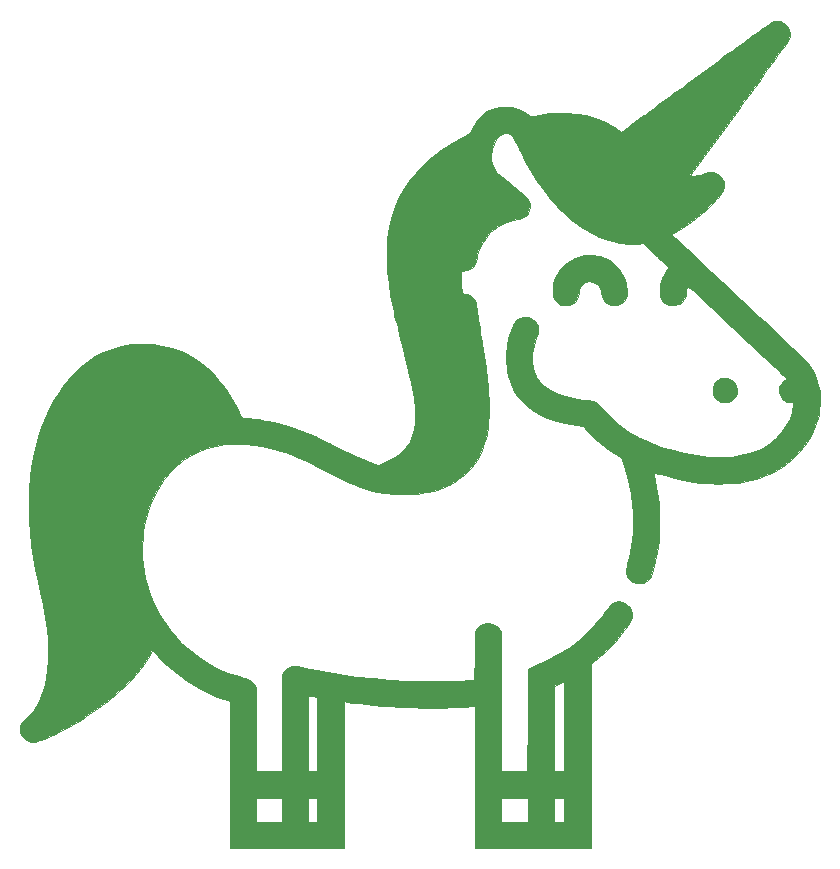
<source format=gts>
G04 #@! TF.GenerationSoftware,KiCad,Pcbnew,7.0.2.1-36-g582732918d-dirty-deb11*
G04 #@! TF.CreationDate,2024-01-19T22:58:33+00:00*
G04 #@! TF.ProjectId,unicorn_simple,756e6963-6f72-46e5-9f73-696d706c652e,rev?*
G04 #@! TF.SameCoordinates,Original*
G04 #@! TF.FileFunction,Soldermask,Top*
G04 #@! TF.FilePolarity,Negative*
%FSLAX46Y46*%
G04 Gerber Fmt 4.6, Leading zero omitted, Abs format (unit mm)*
G04 Created by KiCad (PCBNEW 7.0.2.1-36-g582732918d-dirty-deb11) date 2024-01-19 22:58:33*
%MOMM*%
%LPD*%
G01*
G04 APERTURE LIST*
%ADD10C,0.010000*%
G04 APERTURE END LIST*
D10*
X219182406Y-76245576D02*
X219388877Y-76289087D01*
X219453002Y-76315351D01*
X219702511Y-76480180D01*
X219883849Y-76694335D01*
X219995195Y-76954549D01*
X220034729Y-77257553D01*
X220032372Y-77355287D01*
X220015550Y-77535304D01*
X219982514Y-77665861D01*
X219922723Y-77781974D01*
X219888704Y-77832577D01*
X219771924Y-77970830D01*
X219629901Y-78102855D01*
X219579647Y-78141159D01*
X219470535Y-78209923D01*
X219366065Y-78250837D01*
X219235300Y-78272539D01*
X219072829Y-78282649D01*
X218891402Y-78285839D01*
X218759903Y-78273207D01*
X218644142Y-78238548D01*
X218524733Y-78183181D01*
X218293600Y-78024079D01*
X218124377Y-77820610D01*
X218016979Y-77586069D01*
X217971321Y-77333755D01*
X217987319Y-77076962D01*
X218064889Y-76828989D01*
X218203946Y-76603131D01*
X218404406Y-76412686D01*
X218536500Y-76330130D01*
X218721194Y-76266663D01*
X218948171Y-76238290D01*
X219182406Y-76245576D01*
G36*
X219182406Y-76245576D02*
G01*
X219388877Y-76289087D01*
X219453002Y-76315351D01*
X219702511Y-76480180D01*
X219883849Y-76694335D01*
X219995195Y-76954549D01*
X220034729Y-77257553D01*
X220032372Y-77355287D01*
X220015550Y-77535304D01*
X219982514Y-77665861D01*
X219922723Y-77781974D01*
X219888704Y-77832577D01*
X219771924Y-77970830D01*
X219629901Y-78102855D01*
X219579647Y-78141159D01*
X219470535Y-78209923D01*
X219366065Y-78250837D01*
X219235300Y-78272539D01*
X219072829Y-78282649D01*
X218891402Y-78285839D01*
X218759903Y-78273207D01*
X218644142Y-78238548D01*
X218524733Y-78183181D01*
X218293600Y-78024079D01*
X218124377Y-77820610D01*
X218016979Y-77586069D01*
X217971321Y-77333755D01*
X217987319Y-77076962D01*
X218064889Y-76828989D01*
X218203946Y-76603131D01*
X218404406Y-76412686D01*
X218536500Y-76330130D01*
X218721194Y-76266663D01*
X218948171Y-76238290D01*
X219182406Y-76245576D01*
G37*
X207834513Y-65832593D02*
X208177281Y-65870295D01*
X208410761Y-65921164D01*
X208898943Y-66100816D01*
X209340124Y-66345736D01*
X209729260Y-66649695D01*
X210061310Y-67006465D01*
X210331229Y-67409820D01*
X210533976Y-67853530D01*
X210664508Y-68331370D01*
X210715274Y-68767211D01*
X210722928Y-68977580D01*
X210720846Y-69127893D01*
X210706323Y-69242468D01*
X210676652Y-69345625D01*
X210641053Y-69434269D01*
X210488712Y-69683303D01*
X210268861Y-69884531D01*
X210054321Y-70004557D01*
X209868224Y-70055385D01*
X209640811Y-70072471D01*
X209407010Y-70056807D01*
X209201751Y-70009385D01*
X209128588Y-69978253D01*
X208885222Y-69806079D01*
X208700310Y-69574454D01*
X208576554Y-69287646D01*
X208523502Y-69022256D01*
X208486943Y-68785592D01*
X208433693Y-68607754D01*
X208353662Y-68463158D01*
X208257487Y-68347747D01*
X208038038Y-68171903D01*
X207791998Y-68071361D01*
X207532882Y-68046857D01*
X207274203Y-68099129D01*
X207029475Y-68228911D01*
X206967396Y-68277461D01*
X206850093Y-68394422D01*
X206764373Y-68529345D01*
X206700886Y-68702845D01*
X206650284Y-68935538D01*
X206639243Y-69001092D01*
X206567764Y-69319366D01*
X206462902Y-69569644D01*
X206315834Y-69764955D01*
X206117736Y-69918328D01*
X205963500Y-69998949D01*
X205794942Y-70047949D01*
X205582100Y-70071608D01*
X205361969Y-70068286D01*
X205171549Y-70036343D01*
X205164824Y-70034372D01*
X204978237Y-69947913D01*
X204791884Y-69811236D01*
X204641085Y-69651180D01*
X204618800Y-69619483D01*
X204515323Y-69437734D01*
X204452811Y-69256225D01*
X204425659Y-69048978D01*
X204428267Y-68790017D01*
X204430725Y-68747547D01*
X204502588Y-68251538D01*
X204651038Y-67781293D01*
X204870063Y-67344000D01*
X205153646Y-66946846D01*
X205495773Y-66597019D01*
X205890429Y-66301707D01*
X206331598Y-66068098D01*
X206810167Y-65904174D01*
X207118400Y-65849187D01*
X207470701Y-65825442D01*
X207834513Y-65832593D01*
G36*
X207834513Y-65832593D02*
G01*
X208177281Y-65870295D01*
X208410761Y-65921164D01*
X208898943Y-66100816D01*
X209340124Y-66345736D01*
X209729260Y-66649695D01*
X210061310Y-67006465D01*
X210331229Y-67409820D01*
X210533976Y-67853530D01*
X210664508Y-68331370D01*
X210715274Y-68767211D01*
X210722928Y-68977580D01*
X210720846Y-69127893D01*
X210706323Y-69242468D01*
X210676652Y-69345625D01*
X210641053Y-69434269D01*
X210488712Y-69683303D01*
X210268861Y-69884531D01*
X210054321Y-70004557D01*
X209868224Y-70055385D01*
X209640811Y-70072471D01*
X209407010Y-70056807D01*
X209201751Y-70009385D01*
X209128588Y-69978253D01*
X208885222Y-69806079D01*
X208700310Y-69574454D01*
X208576554Y-69287646D01*
X208523502Y-69022256D01*
X208486943Y-68785592D01*
X208433693Y-68607754D01*
X208353662Y-68463158D01*
X208257487Y-68347747D01*
X208038038Y-68171903D01*
X207791998Y-68071361D01*
X207532882Y-68046857D01*
X207274203Y-68099129D01*
X207029475Y-68228911D01*
X206967396Y-68277461D01*
X206850093Y-68394422D01*
X206764373Y-68529345D01*
X206700886Y-68702845D01*
X206650284Y-68935538D01*
X206639243Y-69001092D01*
X206567764Y-69319366D01*
X206462902Y-69569644D01*
X206315834Y-69764955D01*
X206117736Y-69918328D01*
X205963500Y-69998949D01*
X205794942Y-70047949D01*
X205582100Y-70071608D01*
X205361969Y-70068286D01*
X205171549Y-70036343D01*
X205164824Y-70034372D01*
X204978237Y-69947913D01*
X204791884Y-69811236D01*
X204641085Y-69651180D01*
X204618800Y-69619483D01*
X204515323Y-69437734D01*
X204452811Y-69256225D01*
X204425659Y-69048978D01*
X204428267Y-68790017D01*
X204430725Y-68747547D01*
X204502588Y-68251538D01*
X204651038Y-67781293D01*
X204870063Y-67344000D01*
X205153646Y-66946846D01*
X205495773Y-66597019D01*
X205890429Y-66301707D01*
X206331598Y-66068098D01*
X206810167Y-65904174D01*
X207118400Y-65849187D01*
X207470701Y-65825442D01*
X207834513Y-65832593D01*
G37*
X223731331Y-46037771D02*
X223880512Y-46087215D01*
X224138302Y-46268063D01*
X224334825Y-46492463D01*
X224465694Y-46748386D01*
X224526524Y-47023799D01*
X224512927Y-47306670D01*
X224423982Y-47577834D01*
X224388059Y-47634755D01*
X224304654Y-47756144D01*
X224176466Y-47938277D01*
X224006195Y-48177428D01*
X223796539Y-48469872D01*
X223550199Y-48811886D01*
X223269872Y-49199742D01*
X222958259Y-49629718D01*
X222618058Y-50098088D01*
X222251968Y-50601126D01*
X221862690Y-51135108D01*
X221452921Y-51696310D01*
X221025362Y-52281006D01*
X220582711Y-52885471D01*
X220175349Y-53441000D01*
X216028575Y-59092500D01*
X216203038Y-59106603D01*
X216402032Y-59104595D01*
X216652025Y-59075107D01*
X216925690Y-59022806D01*
X217195700Y-58952357D01*
X217298185Y-58919589D01*
X217649088Y-58833310D01*
X217966993Y-58823272D01*
X218249527Y-58888605D01*
X218494316Y-59028434D01*
X218698986Y-59241887D01*
X218842934Y-59487589D01*
X218906809Y-59647644D01*
X218933165Y-59792724D01*
X218930674Y-59971065D01*
X218930449Y-59974423D01*
X218913060Y-60132187D01*
X218878606Y-60272790D01*
X218818940Y-60411244D01*
X218725913Y-60562563D01*
X218591378Y-60741759D01*
X218407186Y-60963845D01*
X218369536Y-61007892D01*
X217714909Y-61711153D01*
X216995064Y-62373202D01*
X216224051Y-62982576D01*
X215415921Y-63527812D01*
X214932751Y-63811804D01*
X214491926Y-64056947D01*
X216556547Y-65999696D01*
X216879964Y-66303916D01*
X217257610Y-66658957D01*
X217681942Y-67057738D01*
X218145417Y-67493175D01*
X218640493Y-67958188D01*
X219159628Y-68445693D01*
X219695279Y-68948608D01*
X220239905Y-69459851D01*
X220785963Y-69972340D01*
X221325910Y-70478992D01*
X221852205Y-70972725D01*
X222156000Y-71257668D01*
X222622032Y-71694984D01*
X223073238Y-72118847D01*
X223505481Y-72525348D01*
X223914622Y-72910575D01*
X224296524Y-73270618D01*
X224647050Y-73601564D01*
X224962061Y-73899504D01*
X225237421Y-74160526D01*
X225468992Y-74380719D01*
X225652635Y-74556172D01*
X225784214Y-74682974D01*
X225859591Y-74757215D01*
X225872056Y-74770196D01*
X226224005Y-75213903D01*
X226521356Y-75715748D01*
X226759572Y-76265592D01*
X226934120Y-76853294D01*
X227025693Y-77349932D01*
X227052867Y-77661921D01*
X227060330Y-78027621D01*
X227049278Y-78418698D01*
X227020904Y-78806820D01*
X226976402Y-79163652D01*
X226941091Y-79357424D01*
X226749653Y-80072006D01*
X226485472Y-80747405D01*
X226146582Y-81387169D01*
X225731019Y-81994847D01*
X225236819Y-82573986D01*
X225058501Y-82757095D01*
X224658992Y-83135747D01*
X224275019Y-83456638D01*
X223883043Y-83737120D01*
X223459526Y-83994541D01*
X223163457Y-84153959D01*
X222527228Y-84453945D01*
X221881407Y-84698719D01*
X221205659Y-84894748D01*
X220479652Y-85048500D01*
X220208667Y-85093717D01*
X219996206Y-85118484D01*
X219715263Y-85138662D01*
X219381904Y-85154149D01*
X219012194Y-85164843D01*
X218622200Y-85170643D01*
X218227987Y-85171447D01*
X217845620Y-85167154D01*
X217491165Y-85157660D01*
X217180689Y-85142865D01*
X216930256Y-85122667D01*
X216864334Y-85114903D01*
X215902494Y-84969037D01*
X215007800Y-84790677D01*
X214168164Y-84577177D01*
X213572917Y-84394263D01*
X213363241Y-84325945D01*
X213185238Y-84270055D01*
X213052755Y-84230770D01*
X212979638Y-84212272D01*
X212969667Y-84212162D01*
X212978125Y-84257357D01*
X213001532Y-84371238D01*
X213036938Y-84539735D01*
X213081394Y-84748780D01*
X213117324Y-84916382D01*
X213294192Y-85894513D01*
X213412070Y-86899814D01*
X213470290Y-87914219D01*
X213468182Y-88919663D01*
X213405076Y-89898081D01*
X213325889Y-90546167D01*
X213261529Y-90941902D01*
X213185433Y-91343193D01*
X213100840Y-91737315D01*
X213010985Y-92111540D01*
X212919106Y-92453142D01*
X212828440Y-92749395D01*
X212742223Y-92987573D01*
X212663693Y-93154949D01*
X212661286Y-93159091D01*
X212494954Y-93366903D01*
X212284670Y-93513834D01*
X212043777Y-93601339D01*
X211785618Y-93630875D01*
X211523532Y-93603899D01*
X211270863Y-93521865D01*
X211040953Y-93386231D01*
X210847143Y-93198453D01*
X210702774Y-92959987D01*
X210696191Y-92944613D01*
X210646398Y-92735669D01*
X210644860Y-92473250D01*
X210690823Y-92172924D01*
X210743163Y-91973465D01*
X210890747Y-91448432D01*
X211006906Y-90944281D01*
X211094258Y-90441634D01*
X211155426Y-89921117D01*
X211193029Y-89363354D01*
X211209688Y-88748968D01*
X211211060Y-88514167D01*
X211194543Y-87671376D01*
X211141092Y-86866866D01*
X211047688Y-86082037D01*
X210911312Y-85298292D01*
X210728945Y-84497031D01*
X210497569Y-83659657D01*
X210341170Y-83154606D01*
X210307996Y-83077667D01*
X210253122Y-83008501D01*
X210161570Y-82933953D01*
X210018362Y-82840874D01*
X209909024Y-82775163D01*
X209183484Y-82305370D01*
X208474433Y-81767623D01*
X207802781Y-81178521D01*
X207414145Y-80794599D01*
X206959790Y-80323881D01*
X206390880Y-80237093D01*
X205516871Y-80073808D01*
X204709895Y-79860922D01*
X203970364Y-79598616D01*
X203298695Y-79287073D01*
X202695301Y-78926472D01*
X202160597Y-78516996D01*
X201896285Y-78271361D01*
X201557923Y-77904336D01*
X201281286Y-77533524D01*
X201055940Y-77140157D01*
X200871452Y-76705469D01*
X200717388Y-76210693D01*
X200688106Y-76098121D01*
X200589527Y-75661956D01*
X200525820Y-75258957D01*
X200493609Y-74855868D01*
X200489515Y-74419435D01*
X200495859Y-74205500D01*
X200547129Y-73565702D01*
X200652229Y-72970403D01*
X200817103Y-72394283D01*
X201047691Y-71812019D01*
X201068091Y-71766754D01*
X201231040Y-71478883D01*
X201425714Y-71267831D01*
X201657186Y-71130055D01*
X201930531Y-71062010D01*
X202090000Y-71053010D01*
X202400020Y-71090171D01*
X202675642Y-71204105D01*
X202920991Y-71396642D01*
X202962816Y-71440397D01*
X203114874Y-71644032D01*
X203203405Y-71861028D01*
X203229105Y-72102025D01*
X203192670Y-72377660D01*
X203094795Y-72698571D01*
X203052252Y-72808500D01*
X202923120Y-73152484D01*
X202830688Y-73461408D01*
X202765661Y-73771294D01*
X202722052Y-74088180D01*
X202702547Y-74476749D01*
X202724072Y-74890037D01*
X202782795Y-75303618D01*
X202874885Y-75693064D01*
X202996512Y-76033950D01*
X203042563Y-76131790D01*
X203153419Y-76308517D01*
X203313743Y-76510544D01*
X203503166Y-76715306D01*
X203701318Y-76900237D01*
X203826120Y-76999833D01*
X204221433Y-77249707D01*
X204691075Y-77475595D01*
X205227502Y-77675068D01*
X205823168Y-77845696D01*
X206470526Y-77985051D01*
X207162031Y-78090704D01*
X207246776Y-78100903D01*
X207531580Y-78135892D01*
X207748570Y-78169510D01*
X207914208Y-78208503D01*
X208044956Y-78259620D01*
X208157276Y-78329608D01*
X208267630Y-78425216D01*
X208392479Y-78553191D01*
X208418834Y-78581332D01*
X208859598Y-79046159D01*
X209259767Y-79451390D01*
X209629479Y-79805213D01*
X209978870Y-80115815D01*
X210318080Y-80391383D01*
X210657245Y-80640104D01*
X211006504Y-80870166D01*
X211375995Y-81089757D01*
X211775856Y-81307063D01*
X211826869Y-81333638D01*
X212210208Y-81524678D01*
X212584711Y-81693695D01*
X212969645Y-81848041D01*
X213384274Y-81995066D01*
X213847862Y-82142122D01*
X214266530Y-82264615D01*
X214919418Y-82443160D01*
X215511962Y-82589284D01*
X216060807Y-82705792D01*
X216582600Y-82795491D01*
X217093987Y-82861185D01*
X217611613Y-82905681D01*
X218152124Y-82931785D01*
X218240205Y-82934398D01*
X218686904Y-82941697D01*
X219077964Y-82937964D01*
X219402687Y-82923410D01*
X219573705Y-82908179D01*
X220333780Y-82793301D01*
X221029209Y-82627877D01*
X221664749Y-82409859D01*
X222245158Y-82137196D01*
X222775192Y-81807838D01*
X223259607Y-81419736D01*
X223452742Y-81236593D01*
X223875919Y-80759349D01*
X224222657Y-80246337D01*
X224492485Y-79698416D01*
X224684933Y-79116446D01*
X224736822Y-78890752D01*
X224784180Y-78656482D01*
X224812604Y-78492763D01*
X224818978Y-78386971D01*
X224800188Y-78326483D01*
X224753119Y-78298672D01*
X224674656Y-78290916D01*
X224588760Y-78290667D01*
X224314192Y-78252470D01*
X224073578Y-78145767D01*
X223874144Y-77982390D01*
X223723120Y-77774171D01*
X223627732Y-77532941D01*
X223595208Y-77270534D01*
X223632777Y-76998780D01*
X223695531Y-76828437D01*
X223808606Y-76640983D01*
X223951281Y-76484656D01*
X224101981Y-76381698D01*
X224145438Y-76364573D01*
X224213859Y-76330309D01*
X224230334Y-76307007D01*
X224200297Y-76273289D01*
X224113798Y-76186952D01*
X223976252Y-76053167D01*
X223793075Y-75877104D01*
X223569684Y-75663932D01*
X223311493Y-75418822D01*
X223023920Y-75146943D01*
X222712380Y-74853465D01*
X222420584Y-74579459D01*
X222068026Y-74248801D01*
X221664896Y-73870573D01*
X221222303Y-73455205D01*
X220751353Y-73013126D01*
X220263156Y-72554766D01*
X219768819Y-72090554D01*
X219279452Y-71630920D01*
X218806162Y-71186294D01*
X218360057Y-70767105D01*
X218263048Y-70675933D01*
X217887888Y-70323681D01*
X217530500Y-69988792D01*
X217195687Y-69675725D01*
X216888252Y-69388939D01*
X216612998Y-69132892D01*
X216374725Y-68912044D01*
X216178239Y-68730854D01*
X216028339Y-68593780D01*
X215929830Y-68505281D01*
X215887514Y-68469816D01*
X215886395Y-68469334D01*
X215848172Y-68506770D01*
X215804090Y-68601937D01*
X215762620Y-68729119D01*
X215732229Y-68862599D01*
X215721334Y-68970507D01*
X215683281Y-69264395D01*
X215575334Y-69533438D01*
X215406806Y-69762808D01*
X215187013Y-69937680D01*
X215079442Y-69992262D01*
X214824829Y-70062885D01*
X214543717Y-70076970D01*
X214266697Y-70036173D01*
X214024356Y-69942153D01*
X214010688Y-69934330D01*
X213783890Y-69760576D01*
X213623183Y-69541964D01*
X213527158Y-69274808D01*
X213494406Y-68955422D01*
X213515493Y-68638345D01*
X213559816Y-68381991D01*
X213626053Y-68108653D01*
X213705573Y-67848716D01*
X213789743Y-67632565D01*
X213817576Y-67575043D01*
X213865466Y-67492230D01*
X213944965Y-67364028D01*
X214040542Y-67215378D01*
X214060441Y-67185052D01*
X214153292Y-67041816D01*
X214204441Y-66950933D01*
X214219356Y-66894449D01*
X214203508Y-66854410D01*
X214171293Y-66821161D01*
X214121765Y-66774886D01*
X214018395Y-66678257D01*
X213869181Y-66538751D01*
X213682119Y-66363844D01*
X213465205Y-66161014D01*
X213226438Y-65937737D01*
X213075500Y-65796587D01*
X212059500Y-64846456D01*
X211678500Y-64874215D01*
X211394884Y-64884039D01*
X211059464Y-64878636D01*
X210701988Y-64859858D01*
X210352203Y-64829557D01*
X210039854Y-64789583D01*
X209887883Y-64762760D01*
X209097574Y-64561438D01*
X208326716Y-64280041D01*
X207573455Y-63917661D01*
X206835932Y-63473387D01*
X206112293Y-62946311D01*
X206005834Y-62860867D01*
X205792942Y-62677740D01*
X205541026Y-62444575D01*
X205265018Y-62176582D01*
X204979848Y-61888969D01*
X204700447Y-61596949D01*
X204441744Y-61315730D01*
X204218672Y-61060523D01*
X204114368Y-60934000D01*
X203574880Y-60221508D01*
X203042423Y-59442552D01*
X202527989Y-58615242D01*
X202042571Y-57757688D01*
X201902319Y-57483834D01*
X215213334Y-57483834D01*
X215234500Y-57505000D01*
X215255667Y-57483834D01*
X215234500Y-57462667D01*
X215213334Y-57483834D01*
X201902319Y-57483834D01*
X201597164Y-56887999D01*
X201386567Y-56440387D01*
X201279772Y-56215784D01*
X201173932Y-56010308D01*
X201078437Y-55841088D01*
X201002678Y-55725248D01*
X200978443Y-55696048D01*
X200789338Y-55550771D01*
X200582099Y-55482072D01*
X200365051Y-55486103D01*
X200146518Y-55559015D01*
X199934826Y-55696961D01*
X199738300Y-55896091D01*
X199565264Y-56152558D01*
X199446193Y-56404334D01*
X199292566Y-56875371D01*
X199217485Y-57316465D01*
X199221015Y-57729449D01*
X199303224Y-58116156D01*
X199464179Y-58478419D01*
X199525941Y-58579698D01*
X199573832Y-58652105D01*
X199621205Y-58718011D01*
X199674865Y-58783514D01*
X199741620Y-58854714D01*
X199828274Y-58937710D01*
X199941634Y-59038601D01*
X200088505Y-59163487D01*
X200275693Y-59318467D01*
X200510003Y-59509640D01*
X200798243Y-59743106D01*
X201060605Y-59955036D01*
X201330849Y-60174710D01*
X201584747Y-60383903D01*
X201813458Y-60575116D01*
X202008140Y-60740851D01*
X202159951Y-60873607D01*
X202260049Y-60965884D01*
X202292868Y-61000210D01*
X202429654Y-61229311D01*
X202501302Y-61492124D01*
X202508726Y-61769389D01*
X202452838Y-62041851D01*
X202334552Y-62290251D01*
X202225088Y-62429216D01*
X202095700Y-62548005D01*
X201954179Y-62637782D01*
X201780653Y-62707188D01*
X201555246Y-62764861D01*
X201372158Y-62800034D01*
X200796665Y-62934595D01*
X200277800Y-63127017D01*
X199806377Y-63381901D01*
X199373211Y-63703847D01*
X199142464Y-63916589D01*
X198753374Y-64356284D01*
X198439434Y-64829453D01*
X198202899Y-65332118D01*
X198049431Y-65844667D01*
X197986751Y-66119326D01*
X197932452Y-66326560D01*
X197879960Y-66482282D01*
X197822706Y-66602403D01*
X197754117Y-66702835D01*
X197667623Y-66799489D01*
X197646113Y-66821252D01*
X197407887Y-67004011D01*
X197134383Y-67118713D01*
X196854956Y-67157000D01*
X196750875Y-67170762D01*
X196700927Y-67222906D01*
X196690999Y-67253744D01*
X196685220Y-67324466D01*
X196683273Y-67465254D01*
X196685009Y-67661601D01*
X196690280Y-67898998D01*
X196698938Y-68162940D01*
X196700776Y-68210404D01*
X196734834Y-69070321D01*
X196959515Y-69087775D01*
X197218378Y-69130691D01*
X197434688Y-69223610D01*
X197623390Y-69363621D01*
X197726124Y-69466588D01*
X197807844Y-69582958D01*
X197873294Y-69726382D01*
X197927218Y-69910506D01*
X197974360Y-70148981D01*
X198019464Y-70455454D01*
X198029363Y-70531625D01*
X198053850Y-70713610D01*
X198089788Y-70967151D01*
X198135377Y-71280185D01*
X198188818Y-71640645D01*
X198248314Y-72036466D01*
X198312064Y-72455580D01*
X198378271Y-72885924D01*
X198428749Y-73210667D01*
X198526907Y-73843309D01*
X198612201Y-74402578D01*
X198686020Y-74898560D01*
X198749753Y-75341340D01*
X198804791Y-75741004D01*
X198852522Y-76107636D01*
X198894336Y-76451323D01*
X198931622Y-76782150D01*
X198965281Y-77105334D01*
X198984281Y-77350076D01*
X198999056Y-77652523D01*
X199009610Y-77996999D01*
X199015949Y-78367828D01*
X199018079Y-78749335D01*
X199016006Y-79125844D01*
X199009733Y-79481680D01*
X198999268Y-79801167D01*
X198984615Y-80068630D01*
X198965779Y-80268394D01*
X198964181Y-80280334D01*
X198833277Y-81038472D01*
X198656820Y-81729014D01*
X198431377Y-82357808D01*
X198153517Y-82930700D01*
X197819811Y-83453541D01*
X197426825Y-83932177D01*
X196971129Y-84372456D01*
X196449291Y-84780228D01*
X196240053Y-84923182D01*
X195661728Y-85263533D01*
X195047304Y-85543506D01*
X194391300Y-85764507D01*
X193688234Y-85927941D01*
X192932626Y-86035215D01*
X192118994Y-86087734D01*
X191676000Y-86093882D01*
X190961076Y-86069386D01*
X190264960Y-85996473D01*
X189572142Y-85871891D01*
X188867113Y-85692391D01*
X188134363Y-85454721D01*
X187527334Y-85224355D01*
X187276292Y-85118897D01*
X186971002Y-84983123D01*
X186627790Y-84824944D01*
X186262978Y-84652276D01*
X185892893Y-84473032D01*
X185533858Y-84295126D01*
X185202198Y-84126472D01*
X184914238Y-83974983D01*
X184686302Y-83848573D01*
X184670694Y-83839515D01*
X184389565Y-83688167D01*
X193242334Y-83688167D01*
X193263500Y-83709334D01*
X193284667Y-83688167D01*
X193263500Y-83667000D01*
X193242334Y-83688167D01*
X184389565Y-83688167D01*
X183818083Y-83380506D01*
X182928235Y-82973398D01*
X182012464Y-82621421D01*
X181082081Y-82327801D01*
X180148399Y-82095766D01*
X179222731Y-81928545D01*
X178316389Y-81829366D01*
X177526360Y-81800948D01*
X176708609Y-81841718D01*
X175922439Y-81960090D01*
X175170289Y-82154174D01*
X174454596Y-82422078D01*
X173777798Y-82761914D01*
X173142331Y-83171790D01*
X172550634Y-83649816D01*
X172005143Y-84194101D01*
X171508297Y-84802756D01*
X171062533Y-85473890D01*
X170670288Y-86205612D01*
X170333999Y-86996032D01*
X170153263Y-87519187D01*
X169987560Y-88091615D01*
X169861783Y-88644358D01*
X169772702Y-89199812D01*
X169717089Y-89780371D01*
X169691714Y-90408431D01*
X169689332Y-90736667D01*
X169703636Y-91393396D01*
X169746514Y-91994276D01*
X169822045Y-92564501D01*
X169934305Y-93129267D01*
X170087372Y-93713768D01*
X170261396Y-94271500D01*
X170601652Y-95164233D01*
X171018244Y-96020590D01*
X171510698Y-96839809D01*
X172078537Y-97621129D01*
X172721288Y-98363787D01*
X172983516Y-98634142D01*
X173704103Y-99297847D01*
X174465193Y-99888996D01*
X175264280Y-100406115D01*
X176098860Y-100847730D01*
X176966425Y-101212367D01*
X177840201Y-101491964D01*
X178055106Y-101550624D01*
X178263160Y-101607522D01*
X178437445Y-101655290D01*
X178532637Y-101681475D01*
X178772285Y-101787508D01*
X178989783Y-101958091D01*
X179161849Y-102173117D01*
X179214180Y-102270146D01*
X179313840Y-102484167D01*
X179314253Y-106008417D01*
X179314667Y-109532667D01*
X181473667Y-109532667D01*
X181473667Y-105518541D01*
X181473600Y-104824750D01*
X181473613Y-104210456D01*
X181474030Y-103670490D01*
X181475174Y-103199681D01*
X181475731Y-103096387D01*
X183675000Y-103096387D01*
X183675000Y-109532667D01*
X184479876Y-109532667D01*
X184469021Y-106391906D01*
X184458167Y-103251146D01*
X184161834Y-103197056D01*
X183998751Y-103166472D01*
X183857668Y-103138581D01*
X183770250Y-103119677D01*
X183675000Y-103096387D01*
X181475731Y-103096387D01*
X181477366Y-102792862D01*
X181480931Y-102444861D01*
X181486190Y-102150510D01*
X181493466Y-101904639D01*
X181503082Y-101702080D01*
X181515362Y-101537662D01*
X181530627Y-101406216D01*
X181549200Y-101302572D01*
X181571405Y-101221562D01*
X181597563Y-101158016D01*
X181627998Y-101106764D01*
X181663033Y-101062637D01*
X181702990Y-101020466D01*
X181748192Y-100975080D01*
X181757970Y-100965080D01*
X181885506Y-100851315D01*
X182025656Y-100751232D01*
X182077142Y-100721819D01*
X182200329Y-100666678D01*
X182324798Y-100631100D01*
X182463901Y-100615485D01*
X182630992Y-100620235D01*
X182839425Y-100645750D01*
X183102553Y-100692431D01*
X183433730Y-100760679D01*
X183443790Y-100762835D01*
X184927285Y-101061570D01*
X186369391Y-101311154D01*
X187790144Y-101513851D01*
X189209576Y-101671926D01*
X190647725Y-101787643D01*
X192124623Y-101863264D01*
X193496334Y-101898807D01*
X193991433Y-101903745D01*
X194501455Y-101904296D01*
X195014564Y-101900745D01*
X195518927Y-101893381D01*
X196002710Y-101882490D01*
X196454079Y-101868358D01*
X196861200Y-101851273D01*
X197212239Y-101831521D01*
X197495363Y-101809389D01*
X197589819Y-101799608D01*
X197809805Y-101774542D01*
X197822653Y-99779854D01*
X197825989Y-99308286D01*
X197829586Y-98913901D01*
X197833727Y-98589215D01*
X197838696Y-98326746D01*
X197844780Y-98119009D01*
X197852261Y-97958522D01*
X197861426Y-97837800D01*
X197872559Y-97749361D01*
X197885944Y-97685721D01*
X197901865Y-97639395D01*
X197904288Y-97633921D01*
X198063898Y-97379415D01*
X198280064Y-97184130D01*
X198544001Y-97053446D01*
X198846921Y-96992745D01*
X198957334Y-96989006D01*
X199271359Y-97027143D01*
X199540838Y-97137241D01*
X199765418Y-97319090D01*
X199944741Y-97572480D01*
X199945293Y-97573500D01*
X200036834Y-97742834D01*
X200047998Y-103637750D01*
X200059162Y-109532667D01*
X202301269Y-109532667D01*
X204544858Y-109532667D01*
X205349667Y-109532667D01*
X205349667Y-101906479D01*
X204958084Y-102118813D01*
X204566500Y-102331147D01*
X204544858Y-109532667D01*
X202301269Y-109532667D01*
X202312051Y-105186926D01*
X202322834Y-100841185D01*
X202979000Y-100574341D01*
X203975240Y-100129452D01*
X204907057Y-99630671D01*
X205776817Y-99076139D01*
X206586891Y-98463992D01*
X207339646Y-97792371D01*
X208037452Y-97059413D01*
X208682678Y-96263259D01*
X208965955Y-95870289D01*
X209178036Y-95590013D01*
X209374045Y-95385234D01*
X209560565Y-95249868D01*
X209704008Y-95188464D01*
X209988802Y-95143501D01*
X210268085Y-95172734D01*
X210529775Y-95267510D01*
X210761790Y-95419173D01*
X210952048Y-95619069D01*
X211088468Y-95858544D01*
X211158969Y-96128944D01*
X211165935Y-96235677D01*
X211160915Y-96384854D01*
X211136976Y-96520337D01*
X211086911Y-96659446D01*
X211003516Y-96819502D01*
X210879584Y-97017823D01*
X210776686Y-97171334D01*
X210256739Y-97878364D01*
X209670452Y-98574038D01*
X209035782Y-99239076D01*
X208370683Y-99854196D01*
X207963840Y-100191801D01*
X207635847Y-100452167D01*
X207635757Y-108252084D01*
X207635667Y-116052000D01*
X197814334Y-116052000D01*
X197814334Y-111776334D01*
X200058000Y-111776334D01*
X200058000Y-113808334D01*
X202301667Y-113808334D01*
X202301667Y-111776334D01*
X204545334Y-111776334D01*
X204545334Y-113808334D01*
X205392000Y-113808334D01*
X205392000Y-111776334D01*
X204545334Y-111776334D01*
X202301667Y-111776334D01*
X200058000Y-111776334D01*
X197814334Y-111776334D01*
X197814334Y-104020521D01*
X197486250Y-104047262D01*
X197009138Y-104080060D01*
X196463645Y-104106995D01*
X195865868Y-104127868D01*
X195231904Y-104142484D01*
X194577849Y-104150646D01*
X193919799Y-104152156D01*
X193273851Y-104146818D01*
X192656102Y-104134434D01*
X192082648Y-104114807D01*
X192057000Y-104113701D01*
X191393468Y-104080167D01*
X190703313Y-104036730D01*
X190003219Y-103984866D01*
X189309873Y-103926052D01*
X188639960Y-103861763D01*
X188010165Y-103793475D01*
X187437174Y-103722666D01*
X187093417Y-103674556D01*
X186723000Y-103619726D01*
X186723000Y-116052000D01*
X177113334Y-116052000D01*
X177113334Y-111776334D01*
X179314667Y-111776334D01*
X179314667Y-113808334D01*
X181473667Y-113808334D01*
X181473667Y-111776334D01*
X183675000Y-111776334D01*
X183675000Y-113808334D01*
X184479334Y-113808334D01*
X184479334Y-111776334D01*
X183675000Y-111776334D01*
X181473667Y-111776334D01*
X179314667Y-111776334D01*
X177113334Y-111776334D01*
X177113334Y-103579129D01*
X176869917Y-103505053D01*
X176011610Y-103204898D01*
X175151924Y-102829178D01*
X174303349Y-102385848D01*
X173478374Y-101882868D01*
X172689487Y-101328195D01*
X171949177Y-100729786D01*
X171269933Y-100095599D01*
X170892722Y-99696584D01*
X170535277Y-99298918D01*
X170319354Y-99663876D01*
X169793895Y-100473602D01*
X169188834Y-101260837D01*
X168503753Y-102025974D01*
X167738237Y-102769405D01*
X166891870Y-103491523D01*
X165964234Y-104192722D01*
X164954914Y-104873395D01*
X164498000Y-105158462D01*
X164125392Y-105379740D01*
X163728634Y-105604635D01*
X163317046Y-105828656D01*
X162899945Y-106047313D01*
X162486652Y-106256116D01*
X162086485Y-106450574D01*
X161708763Y-106626198D01*
X161362805Y-106778497D01*
X161057930Y-106902982D01*
X160803458Y-106995160D01*
X160608706Y-107050544D01*
X160548299Y-107061570D01*
X160284185Y-107057339D01*
X160021101Y-106980757D01*
X159778154Y-106842186D01*
X159574453Y-106651992D01*
X159450925Y-106466388D01*
X159367943Y-106225715D01*
X159338809Y-105955285D01*
X159364789Y-105689272D01*
X159416027Y-105524969D01*
X159482860Y-105389144D01*
X159564044Y-105272011D01*
X159675435Y-105156198D01*
X159832890Y-105024329D01*
X159964565Y-104923927D01*
X160264139Y-104653963D01*
X160545092Y-104308063D01*
X160803169Y-103893730D01*
X161034115Y-103418467D01*
X161233675Y-102889778D01*
X161360113Y-102463000D01*
X161519335Y-101750344D01*
X161630632Y-100997120D01*
X161693829Y-100200072D01*
X161708750Y-99355942D01*
X161675219Y-98461473D01*
X161593060Y-97513406D01*
X161462097Y-96508485D01*
X161282155Y-95443452D01*
X161053058Y-94315049D01*
X160879070Y-93551834D01*
X160633896Y-92440507D01*
X160437878Y-91375719D01*
X160288552Y-90336897D01*
X160183454Y-89303467D01*
X160120120Y-88254859D01*
X160096087Y-87170499D01*
X160095718Y-87011334D01*
X160126160Y-85750259D01*
X160217909Y-84544255D01*
X160371730Y-83389206D01*
X160588388Y-82280994D01*
X160868647Y-81215504D01*
X161213271Y-80188620D01*
X161492288Y-79492728D01*
X161797906Y-78835859D01*
X162146756Y-78184960D01*
X162530175Y-77552609D01*
X162939498Y-76951382D01*
X163366063Y-76393856D01*
X163801205Y-75892607D01*
X164236260Y-75460211D01*
X164324687Y-75381184D01*
X164978605Y-74862995D01*
X165672889Y-74417050D01*
X166402431Y-74045286D01*
X167162121Y-73749644D01*
X167946849Y-73532062D01*
X168751505Y-73394481D01*
X169570981Y-73338838D01*
X169708837Y-73337667D01*
X170559088Y-73377518D01*
X171380383Y-73496551D01*
X172171588Y-73693982D01*
X172931570Y-73969029D01*
X173659199Y-74320908D01*
X174353340Y-74748838D01*
X175012863Y-75252036D01*
X175636634Y-75829718D01*
X176223521Y-76481103D01*
X176772392Y-77205406D01*
X177282115Y-78001847D01*
X177751556Y-78869641D01*
X177772155Y-78911247D01*
X177893929Y-79150744D01*
X178000487Y-79345726D01*
X178086258Y-79486710D01*
X178145673Y-79564216D01*
X178162626Y-79575943D01*
X178235123Y-79587578D01*
X178369110Y-79602122D01*
X178541578Y-79617224D01*
X178637334Y-79624413D01*
X178831314Y-79642032D01*
X179079699Y-79670261D01*
X179353427Y-79705518D01*
X179623433Y-79744220D01*
X179680493Y-79753004D01*
X180874957Y-79982268D01*
X182050119Y-80293264D01*
X183200980Y-80684275D01*
X184322542Y-81153583D01*
X185409807Y-81699471D01*
X185516500Y-81758231D01*
X186270579Y-82164526D01*
X186999227Y-82532392D01*
X187693586Y-82857730D01*
X188344800Y-83136441D01*
X188944011Y-83364423D01*
X189109357Y-83421324D01*
X189611881Y-83589686D01*
X189934857Y-83476561D01*
X190441426Y-83272557D01*
X190913615Y-83029934D01*
X191335207Y-82758095D01*
X191689989Y-82466443D01*
X191710702Y-82446686D01*
X191870160Y-82267244D01*
X195919713Y-82267244D01*
X195925503Y-82270000D01*
X195964136Y-82240198D01*
X195972834Y-82227667D01*
X195983621Y-82188090D01*
X195977830Y-82185334D01*
X195939198Y-82215135D01*
X195930500Y-82227667D01*
X195919713Y-82267244D01*
X191870160Y-82267244D01*
X192036996Y-82079500D01*
X196036334Y-82079500D01*
X196057500Y-82100667D01*
X196078667Y-82079500D01*
X196057500Y-82058334D01*
X196036334Y-82079500D01*
X192036996Y-82079500D01*
X192042352Y-82073473D01*
X192119537Y-81952500D01*
X196121000Y-81952500D01*
X196142167Y-81973667D01*
X196163334Y-81952500D01*
X196142167Y-81931334D01*
X196121000Y-81952500D01*
X192119537Y-81952500D01*
X192311090Y-81652281D01*
X192517899Y-81180355D01*
X192663761Y-80654943D01*
X192749658Y-80073290D01*
X192776615Y-79457957D01*
X192772395Y-79163120D01*
X192758999Y-78863802D01*
X192735247Y-78553629D01*
X192699960Y-78226224D01*
X192651958Y-77875213D01*
X192590061Y-77494221D01*
X192513091Y-77076871D01*
X192419866Y-76616789D01*
X192309209Y-76107600D01*
X192179938Y-75542927D01*
X192030874Y-74916397D01*
X191860839Y-74221634D01*
X191668652Y-73452261D01*
X191656336Y-73403372D01*
X191539730Y-72938353D01*
X191424970Y-72476290D01*
X191314566Y-72027580D01*
X191211030Y-71602618D01*
X191116871Y-71211800D01*
X191034601Y-70865524D01*
X190966730Y-70574185D01*
X190915769Y-70348180D01*
X190894161Y-70247334D01*
X190690421Y-69174951D01*
X190537178Y-68164566D01*
X190434315Y-67210309D01*
X190384408Y-66352667D01*
X192618864Y-66352667D01*
X192622166Y-66444227D01*
X192630609Y-66469362D01*
X192637210Y-66447917D01*
X192644213Y-66324558D01*
X192637210Y-66257417D01*
X192626741Y-66237356D01*
X192620098Y-66290543D01*
X192618864Y-66352667D01*
X190384408Y-66352667D01*
X190381710Y-66306306D01*
X190379294Y-65463667D01*
X192607334Y-65463667D01*
X192622823Y-65498512D01*
X192635556Y-65491889D01*
X192640622Y-65441649D01*
X192635556Y-65435445D01*
X192610389Y-65441256D01*
X192607334Y-65463667D01*
X190379294Y-65463667D01*
X190379245Y-65446688D01*
X190426800Y-64625583D01*
X190524257Y-63837118D01*
X190671495Y-63075422D01*
X190742434Y-62784159D01*
X191005318Y-61931971D01*
X191345679Y-61113722D01*
X191763340Y-60329614D01*
X192258126Y-59579848D01*
X192829858Y-58864627D01*
X193478361Y-58184153D01*
X194203457Y-57538625D01*
X195004969Y-56928247D01*
X195882720Y-56353221D01*
X196836534Y-55813747D01*
X196871620Y-55795340D01*
X197447189Y-55494167D01*
X197577845Y-55194540D01*
X197826260Y-54720084D01*
X198129897Y-54305877D01*
X198484962Y-53955269D01*
X198887663Y-53671609D01*
X199334208Y-53458246D01*
X199661051Y-53354999D01*
X199955365Y-53301359D01*
X200292408Y-53274633D01*
X200639035Y-53275166D01*
X200962102Y-53303301D01*
X201155962Y-53339478D01*
X201513791Y-53455799D01*
X201877076Y-53625198D01*
X202206716Y-53828757D01*
X202279900Y-53883243D01*
X202407495Y-53977053D01*
X202513706Y-54045629D01*
X202577657Y-54075627D01*
X202581465Y-54076000D01*
X202647690Y-54067717D01*
X202770171Y-54045996D01*
X202922464Y-54015529D01*
X202923316Y-54015350D01*
X203291618Y-53948749D01*
X203718193Y-53889842D01*
X204176782Y-53841603D01*
X204641121Y-53807007D01*
X204859125Y-53796087D01*
X205680077Y-53796060D01*
X206482557Y-53863204D01*
X207256858Y-53995720D01*
X207993272Y-54191810D01*
X208682093Y-54449675D01*
X208884835Y-54542061D01*
X209080369Y-54643983D01*
X209314413Y-54779211D01*
X209562138Y-54932148D01*
X209798716Y-55087195D01*
X209999320Y-55228753D01*
X210091000Y-55299837D01*
X210173136Y-55360188D01*
X210226570Y-55387296D01*
X210227807Y-55387392D01*
X210266653Y-55363196D01*
X210367555Y-55293200D01*
X210524401Y-55181819D01*
X210731076Y-55033467D01*
X210981468Y-54852559D01*
X211269464Y-54643509D01*
X211588952Y-54410732D01*
X211933819Y-54158642D01*
X212190935Y-53970167D01*
X214493667Y-53970167D01*
X214514834Y-53991334D01*
X214536000Y-53970167D01*
X214514834Y-53949000D01*
X214493667Y-53970167D01*
X212190935Y-53970167D01*
X212238640Y-53935198D01*
X212535904Y-53717020D01*
X212894438Y-53453876D01*
X213307257Y-53150892D01*
X213767374Y-52813196D01*
X214267803Y-52445916D01*
X214801556Y-52054179D01*
X215361649Y-51643113D01*
X215941094Y-51217844D01*
X216532906Y-50783501D01*
X217130097Y-50345211D01*
X217725682Y-49908101D01*
X218312675Y-49477299D01*
X218520594Y-49324704D01*
X219059368Y-48929509D01*
X219290706Y-48760009D01*
X221865779Y-48760009D01*
X221875761Y-48782098D01*
X221899502Y-48784334D01*
X221956907Y-48753588D01*
X221965200Y-48742485D01*
X221958387Y-48718429D01*
X221925366Y-48725848D01*
X221865779Y-48760009D01*
X219290706Y-48760009D01*
X219580908Y-48547380D01*
X220080965Y-48181408D01*
X220555292Y-47834684D01*
X220999641Y-47510299D01*
X221409766Y-47211342D01*
X221781419Y-46940906D01*
X222110352Y-46702079D01*
X222392319Y-46497954D01*
X222623071Y-46331621D01*
X222798362Y-46206170D01*
X222913943Y-46124692D01*
X222965568Y-46090277D01*
X222965594Y-46090264D01*
X223117427Y-46039536D01*
X223317140Y-46013806D01*
X223532515Y-46013182D01*
X223731331Y-46037771D01*
G36*
X223731331Y-46037771D02*
G01*
X223880512Y-46087215D01*
X224138302Y-46268063D01*
X224334825Y-46492463D01*
X224465694Y-46748386D01*
X224526524Y-47023799D01*
X224512927Y-47306670D01*
X224423982Y-47577834D01*
X224388059Y-47634755D01*
X224304654Y-47756144D01*
X224176466Y-47938277D01*
X224006195Y-48177428D01*
X223796539Y-48469872D01*
X223550199Y-48811886D01*
X223269872Y-49199742D01*
X222958259Y-49629718D01*
X222618058Y-50098088D01*
X222251968Y-50601126D01*
X221862690Y-51135108D01*
X221452921Y-51696310D01*
X221025362Y-52281006D01*
X220582711Y-52885471D01*
X220175349Y-53441000D01*
X216028575Y-59092500D01*
X216203038Y-59106603D01*
X216402032Y-59104595D01*
X216652025Y-59075107D01*
X216925690Y-59022806D01*
X217195700Y-58952357D01*
X217298185Y-58919589D01*
X217649088Y-58833310D01*
X217966993Y-58823272D01*
X218249527Y-58888605D01*
X218494316Y-59028434D01*
X218698986Y-59241887D01*
X218842934Y-59487589D01*
X218906809Y-59647644D01*
X218933165Y-59792724D01*
X218930674Y-59971065D01*
X218930449Y-59974423D01*
X218913060Y-60132187D01*
X218878606Y-60272790D01*
X218818940Y-60411244D01*
X218725913Y-60562563D01*
X218591378Y-60741759D01*
X218407186Y-60963845D01*
X218369536Y-61007892D01*
X217714909Y-61711153D01*
X216995064Y-62373202D01*
X216224051Y-62982576D01*
X215415921Y-63527812D01*
X214932751Y-63811804D01*
X214491926Y-64056947D01*
X216556547Y-65999696D01*
X216879964Y-66303916D01*
X217257610Y-66658957D01*
X217681942Y-67057738D01*
X218145417Y-67493175D01*
X218640493Y-67958188D01*
X219159628Y-68445693D01*
X219695279Y-68948608D01*
X220239905Y-69459851D01*
X220785963Y-69972340D01*
X221325910Y-70478992D01*
X221852205Y-70972725D01*
X222156000Y-71257668D01*
X222622032Y-71694984D01*
X223073238Y-72118847D01*
X223505481Y-72525348D01*
X223914622Y-72910575D01*
X224296524Y-73270618D01*
X224647050Y-73601564D01*
X224962061Y-73899504D01*
X225237421Y-74160526D01*
X225468992Y-74380719D01*
X225652635Y-74556172D01*
X225784214Y-74682974D01*
X225859591Y-74757215D01*
X225872056Y-74770196D01*
X226224005Y-75213903D01*
X226521356Y-75715748D01*
X226759572Y-76265592D01*
X226934120Y-76853294D01*
X227025693Y-77349932D01*
X227052867Y-77661921D01*
X227060330Y-78027621D01*
X227049278Y-78418698D01*
X227020904Y-78806820D01*
X226976402Y-79163652D01*
X226941091Y-79357424D01*
X226749653Y-80072006D01*
X226485472Y-80747405D01*
X226146582Y-81387169D01*
X225731019Y-81994847D01*
X225236819Y-82573986D01*
X225058501Y-82757095D01*
X224658992Y-83135747D01*
X224275019Y-83456638D01*
X223883043Y-83737120D01*
X223459526Y-83994541D01*
X223163457Y-84153959D01*
X222527228Y-84453945D01*
X221881407Y-84698719D01*
X221205659Y-84894748D01*
X220479652Y-85048500D01*
X220208667Y-85093717D01*
X219996206Y-85118484D01*
X219715263Y-85138662D01*
X219381904Y-85154149D01*
X219012194Y-85164843D01*
X218622200Y-85170643D01*
X218227987Y-85171447D01*
X217845620Y-85167154D01*
X217491165Y-85157660D01*
X217180689Y-85142865D01*
X216930256Y-85122667D01*
X216864334Y-85114903D01*
X215902494Y-84969037D01*
X215007800Y-84790677D01*
X214168164Y-84577177D01*
X213572917Y-84394263D01*
X213363241Y-84325945D01*
X213185238Y-84270055D01*
X213052755Y-84230770D01*
X212979638Y-84212272D01*
X212969667Y-84212162D01*
X212978125Y-84257357D01*
X213001532Y-84371238D01*
X213036938Y-84539735D01*
X213081394Y-84748780D01*
X213117324Y-84916382D01*
X213294192Y-85894513D01*
X213412070Y-86899814D01*
X213470290Y-87914219D01*
X213468182Y-88919663D01*
X213405076Y-89898081D01*
X213325889Y-90546167D01*
X213261529Y-90941902D01*
X213185433Y-91343193D01*
X213100840Y-91737315D01*
X213010985Y-92111540D01*
X212919106Y-92453142D01*
X212828440Y-92749395D01*
X212742223Y-92987573D01*
X212663693Y-93154949D01*
X212661286Y-93159091D01*
X212494954Y-93366903D01*
X212284670Y-93513834D01*
X212043777Y-93601339D01*
X211785618Y-93630875D01*
X211523532Y-93603899D01*
X211270863Y-93521865D01*
X211040953Y-93386231D01*
X210847143Y-93198453D01*
X210702774Y-92959987D01*
X210696191Y-92944613D01*
X210646398Y-92735669D01*
X210644860Y-92473250D01*
X210690823Y-92172924D01*
X210743163Y-91973465D01*
X210890747Y-91448432D01*
X211006906Y-90944281D01*
X211094258Y-90441634D01*
X211155426Y-89921117D01*
X211193029Y-89363354D01*
X211209688Y-88748968D01*
X211211060Y-88514167D01*
X211194543Y-87671376D01*
X211141092Y-86866866D01*
X211047688Y-86082037D01*
X210911312Y-85298292D01*
X210728945Y-84497031D01*
X210497569Y-83659657D01*
X210341170Y-83154606D01*
X210307996Y-83077667D01*
X210253122Y-83008501D01*
X210161570Y-82933953D01*
X210018362Y-82840874D01*
X209909024Y-82775163D01*
X209183484Y-82305370D01*
X208474433Y-81767623D01*
X207802781Y-81178521D01*
X207414145Y-80794599D01*
X206959790Y-80323881D01*
X206390880Y-80237093D01*
X205516871Y-80073808D01*
X204709895Y-79860922D01*
X203970364Y-79598616D01*
X203298695Y-79287073D01*
X202695301Y-78926472D01*
X202160597Y-78516996D01*
X201896285Y-78271361D01*
X201557923Y-77904336D01*
X201281286Y-77533524D01*
X201055940Y-77140157D01*
X200871452Y-76705469D01*
X200717388Y-76210693D01*
X200688106Y-76098121D01*
X200589527Y-75661956D01*
X200525820Y-75258957D01*
X200493609Y-74855868D01*
X200489515Y-74419435D01*
X200495859Y-74205500D01*
X200547129Y-73565702D01*
X200652229Y-72970403D01*
X200817103Y-72394283D01*
X201047691Y-71812019D01*
X201068091Y-71766754D01*
X201231040Y-71478883D01*
X201425714Y-71267831D01*
X201657186Y-71130055D01*
X201930531Y-71062010D01*
X202090000Y-71053010D01*
X202400020Y-71090171D01*
X202675642Y-71204105D01*
X202920991Y-71396642D01*
X202962816Y-71440397D01*
X203114874Y-71644032D01*
X203203405Y-71861028D01*
X203229105Y-72102025D01*
X203192670Y-72377660D01*
X203094795Y-72698571D01*
X203052252Y-72808500D01*
X202923120Y-73152484D01*
X202830688Y-73461408D01*
X202765661Y-73771294D01*
X202722052Y-74088180D01*
X202702547Y-74476749D01*
X202724072Y-74890037D01*
X202782795Y-75303618D01*
X202874885Y-75693064D01*
X202996512Y-76033950D01*
X203042563Y-76131790D01*
X203153419Y-76308517D01*
X203313743Y-76510544D01*
X203503166Y-76715306D01*
X203701318Y-76900237D01*
X203826120Y-76999833D01*
X204221433Y-77249707D01*
X204691075Y-77475595D01*
X205227502Y-77675068D01*
X205823168Y-77845696D01*
X206470526Y-77985051D01*
X207162031Y-78090704D01*
X207246776Y-78100903D01*
X207531580Y-78135892D01*
X207748570Y-78169510D01*
X207914208Y-78208503D01*
X208044956Y-78259620D01*
X208157276Y-78329608D01*
X208267630Y-78425216D01*
X208392479Y-78553191D01*
X208418834Y-78581332D01*
X208859598Y-79046159D01*
X209259767Y-79451390D01*
X209629479Y-79805213D01*
X209978870Y-80115815D01*
X210318080Y-80391383D01*
X210657245Y-80640104D01*
X211006504Y-80870166D01*
X211375995Y-81089757D01*
X211775856Y-81307063D01*
X211826869Y-81333638D01*
X212210208Y-81524678D01*
X212584711Y-81693695D01*
X212969645Y-81848041D01*
X213384274Y-81995066D01*
X213847862Y-82142122D01*
X214266530Y-82264615D01*
X214919418Y-82443160D01*
X215511962Y-82589284D01*
X216060807Y-82705792D01*
X216582600Y-82795491D01*
X217093987Y-82861185D01*
X217611613Y-82905681D01*
X218152124Y-82931785D01*
X218240205Y-82934398D01*
X218686904Y-82941697D01*
X219077964Y-82937964D01*
X219402687Y-82923410D01*
X219573705Y-82908179D01*
X220333780Y-82793301D01*
X221029209Y-82627877D01*
X221664749Y-82409859D01*
X222245158Y-82137196D01*
X222775192Y-81807838D01*
X223259607Y-81419736D01*
X223452742Y-81236593D01*
X223875919Y-80759349D01*
X224222657Y-80246337D01*
X224492485Y-79698416D01*
X224684933Y-79116446D01*
X224736822Y-78890752D01*
X224784180Y-78656482D01*
X224812604Y-78492763D01*
X224818978Y-78386971D01*
X224800188Y-78326483D01*
X224753119Y-78298672D01*
X224674656Y-78290916D01*
X224588760Y-78290667D01*
X224314192Y-78252470D01*
X224073578Y-78145767D01*
X223874144Y-77982390D01*
X223723120Y-77774171D01*
X223627732Y-77532941D01*
X223595208Y-77270534D01*
X223632777Y-76998780D01*
X223695531Y-76828437D01*
X223808606Y-76640983D01*
X223951281Y-76484656D01*
X224101981Y-76381698D01*
X224145438Y-76364573D01*
X224213859Y-76330309D01*
X224230334Y-76307007D01*
X224200297Y-76273289D01*
X224113798Y-76186952D01*
X223976252Y-76053167D01*
X223793075Y-75877104D01*
X223569684Y-75663932D01*
X223311493Y-75418822D01*
X223023920Y-75146943D01*
X222712380Y-74853465D01*
X222420584Y-74579459D01*
X222068026Y-74248801D01*
X221664896Y-73870573D01*
X221222303Y-73455205D01*
X220751353Y-73013126D01*
X220263156Y-72554766D01*
X219768819Y-72090554D01*
X219279452Y-71630920D01*
X218806162Y-71186294D01*
X218360057Y-70767105D01*
X218263048Y-70675933D01*
X217887888Y-70323681D01*
X217530500Y-69988792D01*
X217195687Y-69675725D01*
X216888252Y-69388939D01*
X216612998Y-69132892D01*
X216374725Y-68912044D01*
X216178239Y-68730854D01*
X216028339Y-68593780D01*
X215929830Y-68505281D01*
X215887514Y-68469816D01*
X215886395Y-68469334D01*
X215848172Y-68506770D01*
X215804090Y-68601937D01*
X215762620Y-68729119D01*
X215732229Y-68862599D01*
X215721334Y-68970507D01*
X215683281Y-69264395D01*
X215575334Y-69533438D01*
X215406806Y-69762808D01*
X215187013Y-69937680D01*
X215079442Y-69992262D01*
X214824829Y-70062885D01*
X214543717Y-70076970D01*
X214266697Y-70036173D01*
X214024356Y-69942153D01*
X214010688Y-69934330D01*
X213783890Y-69760576D01*
X213623183Y-69541964D01*
X213527158Y-69274808D01*
X213494406Y-68955422D01*
X213515493Y-68638345D01*
X213559816Y-68381991D01*
X213626053Y-68108653D01*
X213705573Y-67848716D01*
X213789743Y-67632565D01*
X213817576Y-67575043D01*
X213865466Y-67492230D01*
X213944965Y-67364028D01*
X214040542Y-67215378D01*
X214060441Y-67185052D01*
X214153292Y-67041816D01*
X214204441Y-66950933D01*
X214219356Y-66894449D01*
X214203508Y-66854410D01*
X214171293Y-66821161D01*
X214121765Y-66774886D01*
X214018395Y-66678257D01*
X213869181Y-66538751D01*
X213682119Y-66363844D01*
X213465205Y-66161014D01*
X213226438Y-65937737D01*
X213075500Y-65796587D01*
X212059500Y-64846456D01*
X211678500Y-64874215D01*
X211394884Y-64884039D01*
X211059464Y-64878636D01*
X210701988Y-64859858D01*
X210352203Y-64829557D01*
X210039854Y-64789583D01*
X209887883Y-64762760D01*
X209097574Y-64561438D01*
X208326716Y-64280041D01*
X207573455Y-63917661D01*
X206835932Y-63473387D01*
X206112293Y-62946311D01*
X206005834Y-62860867D01*
X205792942Y-62677740D01*
X205541026Y-62444575D01*
X205265018Y-62176582D01*
X204979848Y-61888969D01*
X204700447Y-61596949D01*
X204441744Y-61315730D01*
X204218672Y-61060523D01*
X204114368Y-60934000D01*
X203574880Y-60221508D01*
X203042423Y-59442552D01*
X202527989Y-58615242D01*
X202042571Y-57757688D01*
X201902319Y-57483834D01*
X215213334Y-57483834D01*
X215234500Y-57505000D01*
X215255667Y-57483834D01*
X215234500Y-57462667D01*
X215213334Y-57483834D01*
X201902319Y-57483834D01*
X201597164Y-56887999D01*
X201386567Y-56440387D01*
X201279772Y-56215784D01*
X201173932Y-56010308D01*
X201078437Y-55841088D01*
X201002678Y-55725248D01*
X200978443Y-55696048D01*
X200789338Y-55550771D01*
X200582099Y-55482072D01*
X200365051Y-55486103D01*
X200146518Y-55559015D01*
X199934826Y-55696961D01*
X199738300Y-55896091D01*
X199565264Y-56152558D01*
X199446193Y-56404334D01*
X199292566Y-56875371D01*
X199217485Y-57316465D01*
X199221015Y-57729449D01*
X199303224Y-58116156D01*
X199464179Y-58478419D01*
X199525941Y-58579698D01*
X199573832Y-58652105D01*
X199621205Y-58718011D01*
X199674865Y-58783514D01*
X199741620Y-58854714D01*
X199828274Y-58937710D01*
X199941634Y-59038601D01*
X200088505Y-59163487D01*
X200275693Y-59318467D01*
X200510003Y-59509640D01*
X200798243Y-59743106D01*
X201060605Y-59955036D01*
X201330849Y-60174710D01*
X201584747Y-60383903D01*
X201813458Y-60575116D01*
X202008140Y-60740851D01*
X202159951Y-60873607D01*
X202260049Y-60965884D01*
X202292868Y-61000210D01*
X202429654Y-61229311D01*
X202501302Y-61492124D01*
X202508726Y-61769389D01*
X202452838Y-62041851D01*
X202334552Y-62290251D01*
X202225088Y-62429216D01*
X202095700Y-62548005D01*
X201954179Y-62637782D01*
X201780653Y-62707188D01*
X201555246Y-62764861D01*
X201372158Y-62800034D01*
X200796665Y-62934595D01*
X200277800Y-63127017D01*
X199806377Y-63381901D01*
X199373211Y-63703847D01*
X199142464Y-63916589D01*
X198753374Y-64356284D01*
X198439434Y-64829453D01*
X198202899Y-65332118D01*
X198049431Y-65844667D01*
X197986751Y-66119326D01*
X197932452Y-66326560D01*
X197879960Y-66482282D01*
X197822706Y-66602403D01*
X197754117Y-66702835D01*
X197667623Y-66799489D01*
X197646113Y-66821252D01*
X197407887Y-67004011D01*
X197134383Y-67118713D01*
X196854956Y-67157000D01*
X196750875Y-67170762D01*
X196700927Y-67222906D01*
X196690999Y-67253744D01*
X196685220Y-67324466D01*
X196683273Y-67465254D01*
X196685009Y-67661601D01*
X196690280Y-67898998D01*
X196698938Y-68162940D01*
X196700776Y-68210404D01*
X196734834Y-69070321D01*
X196959515Y-69087775D01*
X197218378Y-69130691D01*
X197434688Y-69223610D01*
X197623390Y-69363621D01*
X197726124Y-69466588D01*
X197807844Y-69582958D01*
X197873294Y-69726382D01*
X197927218Y-69910506D01*
X197974360Y-70148981D01*
X198019464Y-70455454D01*
X198029363Y-70531625D01*
X198053850Y-70713610D01*
X198089788Y-70967151D01*
X198135377Y-71280185D01*
X198188818Y-71640645D01*
X198248314Y-72036466D01*
X198312064Y-72455580D01*
X198378271Y-72885924D01*
X198428749Y-73210667D01*
X198526907Y-73843309D01*
X198612201Y-74402578D01*
X198686020Y-74898560D01*
X198749753Y-75341340D01*
X198804791Y-75741004D01*
X198852522Y-76107636D01*
X198894336Y-76451323D01*
X198931622Y-76782150D01*
X198965281Y-77105334D01*
X198984281Y-77350076D01*
X198999056Y-77652523D01*
X199009610Y-77996999D01*
X199015949Y-78367828D01*
X199018079Y-78749335D01*
X199016006Y-79125844D01*
X199009733Y-79481680D01*
X198999268Y-79801167D01*
X198984615Y-80068630D01*
X198965779Y-80268394D01*
X198964181Y-80280334D01*
X198833277Y-81038472D01*
X198656820Y-81729014D01*
X198431377Y-82357808D01*
X198153517Y-82930700D01*
X197819811Y-83453541D01*
X197426825Y-83932177D01*
X196971129Y-84372456D01*
X196449291Y-84780228D01*
X196240053Y-84923182D01*
X195661728Y-85263533D01*
X195047304Y-85543506D01*
X194391300Y-85764507D01*
X193688234Y-85927941D01*
X192932626Y-86035215D01*
X192118994Y-86087734D01*
X191676000Y-86093882D01*
X190961076Y-86069386D01*
X190264960Y-85996473D01*
X189572142Y-85871891D01*
X188867113Y-85692391D01*
X188134363Y-85454721D01*
X187527334Y-85224355D01*
X187276292Y-85118897D01*
X186971002Y-84983123D01*
X186627790Y-84824944D01*
X186262978Y-84652276D01*
X185892893Y-84473032D01*
X185533858Y-84295126D01*
X185202198Y-84126472D01*
X184914238Y-83974983D01*
X184686302Y-83848573D01*
X184670694Y-83839515D01*
X184389565Y-83688167D01*
X193242334Y-83688167D01*
X193263500Y-83709334D01*
X193284667Y-83688167D01*
X193263500Y-83667000D01*
X193242334Y-83688167D01*
X184389565Y-83688167D01*
X183818083Y-83380506D01*
X182928235Y-82973398D01*
X182012464Y-82621421D01*
X181082081Y-82327801D01*
X180148399Y-82095766D01*
X179222731Y-81928545D01*
X178316389Y-81829366D01*
X177526360Y-81800948D01*
X176708609Y-81841718D01*
X175922439Y-81960090D01*
X175170289Y-82154174D01*
X174454596Y-82422078D01*
X173777798Y-82761914D01*
X173142331Y-83171790D01*
X172550634Y-83649816D01*
X172005143Y-84194101D01*
X171508297Y-84802756D01*
X171062533Y-85473890D01*
X170670288Y-86205612D01*
X170333999Y-86996032D01*
X170153263Y-87519187D01*
X169987560Y-88091615D01*
X169861783Y-88644358D01*
X169772702Y-89199812D01*
X169717089Y-89780371D01*
X169691714Y-90408431D01*
X169689332Y-90736667D01*
X169703636Y-91393396D01*
X169746514Y-91994276D01*
X169822045Y-92564501D01*
X169934305Y-93129267D01*
X170087372Y-93713768D01*
X170261396Y-94271500D01*
X170601652Y-95164233D01*
X171018244Y-96020590D01*
X171510698Y-96839809D01*
X172078537Y-97621129D01*
X172721288Y-98363787D01*
X172983516Y-98634142D01*
X173704103Y-99297847D01*
X174465193Y-99888996D01*
X175264280Y-100406115D01*
X176098860Y-100847730D01*
X176966425Y-101212367D01*
X177840201Y-101491964D01*
X178055106Y-101550624D01*
X178263160Y-101607522D01*
X178437445Y-101655290D01*
X178532637Y-101681475D01*
X178772285Y-101787508D01*
X178989783Y-101958091D01*
X179161849Y-102173117D01*
X179214180Y-102270146D01*
X179313840Y-102484167D01*
X179314253Y-106008417D01*
X179314667Y-109532667D01*
X181473667Y-109532667D01*
X181473667Y-105518541D01*
X181473600Y-104824750D01*
X181473613Y-104210456D01*
X181474030Y-103670490D01*
X181475174Y-103199681D01*
X181475731Y-103096387D01*
X183675000Y-103096387D01*
X183675000Y-109532667D01*
X184479876Y-109532667D01*
X184469021Y-106391906D01*
X184458167Y-103251146D01*
X184161834Y-103197056D01*
X183998751Y-103166472D01*
X183857668Y-103138581D01*
X183770250Y-103119677D01*
X183675000Y-103096387D01*
X181475731Y-103096387D01*
X181477366Y-102792862D01*
X181480931Y-102444861D01*
X181486190Y-102150510D01*
X181493466Y-101904639D01*
X181503082Y-101702080D01*
X181515362Y-101537662D01*
X181530627Y-101406216D01*
X181549200Y-101302572D01*
X181571405Y-101221562D01*
X181597563Y-101158016D01*
X181627998Y-101106764D01*
X181663033Y-101062637D01*
X181702990Y-101020466D01*
X181748192Y-100975080D01*
X181757970Y-100965080D01*
X181885506Y-100851315D01*
X182025656Y-100751232D01*
X182077142Y-100721819D01*
X182200329Y-100666678D01*
X182324798Y-100631100D01*
X182463901Y-100615485D01*
X182630992Y-100620235D01*
X182839425Y-100645750D01*
X183102553Y-100692431D01*
X183433730Y-100760679D01*
X183443790Y-100762835D01*
X184927285Y-101061570D01*
X186369391Y-101311154D01*
X187790144Y-101513851D01*
X189209576Y-101671926D01*
X190647725Y-101787643D01*
X192124623Y-101863264D01*
X193496334Y-101898807D01*
X193991433Y-101903745D01*
X194501455Y-101904296D01*
X195014564Y-101900745D01*
X195518927Y-101893381D01*
X196002710Y-101882490D01*
X196454079Y-101868358D01*
X196861200Y-101851273D01*
X197212239Y-101831521D01*
X197495363Y-101809389D01*
X197589819Y-101799608D01*
X197809805Y-101774542D01*
X197822653Y-99779854D01*
X197825989Y-99308286D01*
X197829586Y-98913901D01*
X197833727Y-98589215D01*
X197838696Y-98326746D01*
X197844780Y-98119009D01*
X197852261Y-97958522D01*
X197861426Y-97837800D01*
X197872559Y-97749361D01*
X197885944Y-97685721D01*
X197901865Y-97639395D01*
X197904288Y-97633921D01*
X198063898Y-97379415D01*
X198280064Y-97184130D01*
X198544001Y-97053446D01*
X198846921Y-96992745D01*
X198957334Y-96989006D01*
X199271359Y-97027143D01*
X199540838Y-97137241D01*
X199765418Y-97319090D01*
X199944741Y-97572480D01*
X199945293Y-97573500D01*
X200036834Y-97742834D01*
X200047998Y-103637750D01*
X200059162Y-109532667D01*
X202301269Y-109532667D01*
X204544858Y-109532667D01*
X205349667Y-109532667D01*
X205349667Y-101906479D01*
X204958084Y-102118813D01*
X204566500Y-102331147D01*
X204544858Y-109532667D01*
X202301269Y-109532667D01*
X202312051Y-105186926D01*
X202322834Y-100841185D01*
X202979000Y-100574341D01*
X203975240Y-100129452D01*
X204907057Y-99630671D01*
X205776817Y-99076139D01*
X206586891Y-98463992D01*
X207339646Y-97792371D01*
X208037452Y-97059413D01*
X208682678Y-96263259D01*
X208965955Y-95870289D01*
X209178036Y-95590013D01*
X209374045Y-95385234D01*
X209560565Y-95249868D01*
X209704008Y-95188464D01*
X209988802Y-95143501D01*
X210268085Y-95172734D01*
X210529775Y-95267510D01*
X210761790Y-95419173D01*
X210952048Y-95619069D01*
X211088468Y-95858544D01*
X211158969Y-96128944D01*
X211165935Y-96235677D01*
X211160915Y-96384854D01*
X211136976Y-96520337D01*
X211086911Y-96659446D01*
X211003516Y-96819502D01*
X210879584Y-97017823D01*
X210776686Y-97171334D01*
X210256739Y-97878364D01*
X209670452Y-98574038D01*
X209035782Y-99239076D01*
X208370683Y-99854196D01*
X207963840Y-100191801D01*
X207635847Y-100452167D01*
X207635757Y-108252084D01*
X207635667Y-116052000D01*
X197814334Y-116052000D01*
X197814334Y-111776334D01*
X200058000Y-111776334D01*
X200058000Y-113808334D01*
X202301667Y-113808334D01*
X202301667Y-111776334D01*
X204545334Y-111776334D01*
X204545334Y-113808334D01*
X205392000Y-113808334D01*
X205392000Y-111776334D01*
X204545334Y-111776334D01*
X202301667Y-111776334D01*
X200058000Y-111776334D01*
X197814334Y-111776334D01*
X197814334Y-104020521D01*
X197486250Y-104047262D01*
X197009138Y-104080060D01*
X196463645Y-104106995D01*
X195865868Y-104127868D01*
X195231904Y-104142484D01*
X194577849Y-104150646D01*
X193919799Y-104152156D01*
X193273851Y-104146818D01*
X192656102Y-104134434D01*
X192082648Y-104114807D01*
X192057000Y-104113701D01*
X191393468Y-104080167D01*
X190703313Y-104036730D01*
X190003219Y-103984866D01*
X189309873Y-103926052D01*
X188639960Y-103861763D01*
X188010165Y-103793475D01*
X187437174Y-103722666D01*
X187093417Y-103674556D01*
X186723000Y-103619726D01*
X186723000Y-116052000D01*
X177113334Y-116052000D01*
X177113334Y-111776334D01*
X179314667Y-111776334D01*
X179314667Y-113808334D01*
X181473667Y-113808334D01*
X181473667Y-111776334D01*
X183675000Y-111776334D01*
X183675000Y-113808334D01*
X184479334Y-113808334D01*
X184479334Y-111776334D01*
X183675000Y-111776334D01*
X181473667Y-111776334D01*
X179314667Y-111776334D01*
X177113334Y-111776334D01*
X177113334Y-103579129D01*
X176869917Y-103505053D01*
X176011610Y-103204898D01*
X175151924Y-102829178D01*
X174303349Y-102385848D01*
X173478374Y-101882868D01*
X172689487Y-101328195D01*
X171949177Y-100729786D01*
X171269933Y-100095599D01*
X170892722Y-99696584D01*
X170535277Y-99298918D01*
X170319354Y-99663876D01*
X169793895Y-100473602D01*
X169188834Y-101260837D01*
X168503753Y-102025974D01*
X167738237Y-102769405D01*
X166891870Y-103491523D01*
X165964234Y-104192722D01*
X164954914Y-104873395D01*
X164498000Y-105158462D01*
X164125392Y-105379740D01*
X163728634Y-105604635D01*
X163317046Y-105828656D01*
X162899945Y-106047313D01*
X162486652Y-106256116D01*
X162086485Y-106450574D01*
X161708763Y-106626198D01*
X161362805Y-106778497D01*
X161057930Y-106902982D01*
X160803458Y-106995160D01*
X160608706Y-107050544D01*
X160548299Y-107061570D01*
X160284185Y-107057339D01*
X160021101Y-106980757D01*
X159778154Y-106842186D01*
X159574453Y-106651992D01*
X159450925Y-106466388D01*
X159367943Y-106225715D01*
X159338809Y-105955285D01*
X159364789Y-105689272D01*
X159416027Y-105524969D01*
X159482860Y-105389144D01*
X159564044Y-105272011D01*
X159675435Y-105156198D01*
X159832890Y-105024329D01*
X159964565Y-104923927D01*
X160264139Y-104653963D01*
X160545092Y-104308063D01*
X160803169Y-103893730D01*
X161034115Y-103418467D01*
X161233675Y-102889778D01*
X161360113Y-102463000D01*
X161519335Y-101750344D01*
X161630632Y-100997120D01*
X161693829Y-100200072D01*
X161708750Y-99355942D01*
X161675219Y-98461473D01*
X161593060Y-97513406D01*
X161462097Y-96508485D01*
X161282155Y-95443452D01*
X161053058Y-94315049D01*
X160879070Y-93551834D01*
X160633896Y-92440507D01*
X160437878Y-91375719D01*
X160288552Y-90336897D01*
X160183454Y-89303467D01*
X160120120Y-88254859D01*
X160096087Y-87170499D01*
X160095718Y-87011334D01*
X160126160Y-85750259D01*
X160217909Y-84544255D01*
X160371730Y-83389206D01*
X160588388Y-82280994D01*
X160868647Y-81215504D01*
X161213271Y-80188620D01*
X161492288Y-79492728D01*
X161797906Y-78835859D01*
X162146756Y-78184960D01*
X162530175Y-77552609D01*
X162939498Y-76951382D01*
X163366063Y-76393856D01*
X163801205Y-75892607D01*
X164236260Y-75460211D01*
X164324687Y-75381184D01*
X164978605Y-74862995D01*
X165672889Y-74417050D01*
X166402431Y-74045286D01*
X167162121Y-73749644D01*
X167946849Y-73532062D01*
X168751505Y-73394481D01*
X169570981Y-73338838D01*
X169708837Y-73337667D01*
X170559088Y-73377518D01*
X171380383Y-73496551D01*
X172171588Y-73693982D01*
X172931570Y-73969029D01*
X173659199Y-74320908D01*
X174353340Y-74748838D01*
X175012863Y-75252036D01*
X175636634Y-75829718D01*
X176223521Y-76481103D01*
X176772392Y-77205406D01*
X177282115Y-78001847D01*
X177751556Y-78869641D01*
X177772155Y-78911247D01*
X177893929Y-79150744D01*
X178000487Y-79345726D01*
X178086258Y-79486710D01*
X178145673Y-79564216D01*
X178162626Y-79575943D01*
X178235123Y-79587578D01*
X178369110Y-79602122D01*
X178541578Y-79617224D01*
X178637334Y-79624413D01*
X178831314Y-79642032D01*
X179079699Y-79670261D01*
X179353427Y-79705518D01*
X179623433Y-79744220D01*
X179680493Y-79753004D01*
X180874957Y-79982268D01*
X182050119Y-80293264D01*
X183200980Y-80684275D01*
X184322542Y-81153583D01*
X185409807Y-81699471D01*
X185516500Y-81758231D01*
X186270579Y-82164526D01*
X186999227Y-82532392D01*
X187693586Y-82857730D01*
X188344800Y-83136441D01*
X188944011Y-83364423D01*
X189109357Y-83421324D01*
X189611881Y-83589686D01*
X189934857Y-83476561D01*
X190441426Y-83272557D01*
X190913615Y-83029934D01*
X191335207Y-82758095D01*
X191689989Y-82466443D01*
X191710702Y-82446686D01*
X191870160Y-82267244D01*
X195919713Y-82267244D01*
X195925503Y-82270000D01*
X195964136Y-82240198D01*
X195972834Y-82227667D01*
X195983621Y-82188090D01*
X195977830Y-82185334D01*
X195939198Y-82215135D01*
X195930500Y-82227667D01*
X195919713Y-82267244D01*
X191870160Y-82267244D01*
X192036996Y-82079500D01*
X196036334Y-82079500D01*
X196057500Y-82100667D01*
X196078667Y-82079500D01*
X196057500Y-82058334D01*
X196036334Y-82079500D01*
X192036996Y-82079500D01*
X192042352Y-82073473D01*
X192119537Y-81952500D01*
X196121000Y-81952500D01*
X196142167Y-81973667D01*
X196163334Y-81952500D01*
X196142167Y-81931334D01*
X196121000Y-81952500D01*
X192119537Y-81952500D01*
X192311090Y-81652281D01*
X192517899Y-81180355D01*
X192663761Y-80654943D01*
X192749658Y-80073290D01*
X192776615Y-79457957D01*
X192772395Y-79163120D01*
X192758999Y-78863802D01*
X192735247Y-78553629D01*
X192699960Y-78226224D01*
X192651958Y-77875213D01*
X192590061Y-77494221D01*
X192513091Y-77076871D01*
X192419866Y-76616789D01*
X192309209Y-76107600D01*
X192179938Y-75542927D01*
X192030874Y-74916397D01*
X191860839Y-74221634D01*
X191668652Y-73452261D01*
X191656336Y-73403372D01*
X191539730Y-72938353D01*
X191424970Y-72476290D01*
X191314566Y-72027580D01*
X191211030Y-71602618D01*
X191116871Y-71211800D01*
X191034601Y-70865524D01*
X190966730Y-70574185D01*
X190915769Y-70348180D01*
X190894161Y-70247334D01*
X190690421Y-69174951D01*
X190537178Y-68164566D01*
X190434315Y-67210309D01*
X190384408Y-66352667D01*
X192618864Y-66352667D01*
X192622166Y-66444227D01*
X192630609Y-66469362D01*
X192637210Y-66447917D01*
X192644213Y-66324558D01*
X192637210Y-66257417D01*
X192626741Y-66237356D01*
X192620098Y-66290543D01*
X192618864Y-66352667D01*
X190384408Y-66352667D01*
X190381710Y-66306306D01*
X190379294Y-65463667D01*
X192607334Y-65463667D01*
X192622823Y-65498512D01*
X192635556Y-65491889D01*
X192640622Y-65441649D01*
X192635556Y-65435445D01*
X192610389Y-65441256D01*
X192607334Y-65463667D01*
X190379294Y-65463667D01*
X190379245Y-65446688D01*
X190426800Y-64625583D01*
X190524257Y-63837118D01*
X190671495Y-63075422D01*
X190742434Y-62784159D01*
X191005318Y-61931971D01*
X191345679Y-61113722D01*
X191763340Y-60329614D01*
X192258126Y-59579848D01*
X192829858Y-58864627D01*
X193478361Y-58184153D01*
X194203457Y-57538625D01*
X195004969Y-56928247D01*
X195882720Y-56353221D01*
X196836534Y-55813747D01*
X196871620Y-55795340D01*
X197447189Y-55494167D01*
X197577845Y-55194540D01*
X197826260Y-54720084D01*
X198129897Y-54305877D01*
X198484962Y-53955269D01*
X198887663Y-53671609D01*
X199334208Y-53458246D01*
X199661051Y-53354999D01*
X199955365Y-53301359D01*
X200292408Y-53274633D01*
X200639035Y-53275166D01*
X200962102Y-53303301D01*
X201155962Y-53339478D01*
X201513791Y-53455799D01*
X201877076Y-53625198D01*
X202206716Y-53828757D01*
X202279900Y-53883243D01*
X202407495Y-53977053D01*
X202513706Y-54045629D01*
X202577657Y-54075627D01*
X202581465Y-54076000D01*
X202647690Y-54067717D01*
X202770171Y-54045996D01*
X202922464Y-54015529D01*
X202923316Y-54015350D01*
X203291618Y-53948749D01*
X203718193Y-53889842D01*
X204176782Y-53841603D01*
X204641121Y-53807007D01*
X204859125Y-53796087D01*
X205680077Y-53796060D01*
X206482557Y-53863204D01*
X207256858Y-53995720D01*
X207993272Y-54191810D01*
X208682093Y-54449675D01*
X208884835Y-54542061D01*
X209080369Y-54643983D01*
X209314413Y-54779211D01*
X209562138Y-54932148D01*
X209798716Y-55087195D01*
X209999320Y-55228753D01*
X210091000Y-55299837D01*
X210173136Y-55360188D01*
X210226570Y-55387296D01*
X210227807Y-55387392D01*
X210266653Y-55363196D01*
X210367555Y-55293200D01*
X210524401Y-55181819D01*
X210731076Y-55033467D01*
X210981468Y-54852559D01*
X211269464Y-54643509D01*
X211588952Y-54410732D01*
X211933819Y-54158642D01*
X212190935Y-53970167D01*
X214493667Y-53970167D01*
X214514834Y-53991334D01*
X214536000Y-53970167D01*
X214514834Y-53949000D01*
X214493667Y-53970167D01*
X212190935Y-53970167D01*
X212238640Y-53935198D01*
X212535904Y-53717020D01*
X212894438Y-53453876D01*
X213307257Y-53150892D01*
X213767374Y-52813196D01*
X214267803Y-52445916D01*
X214801556Y-52054179D01*
X215361649Y-51643113D01*
X215941094Y-51217844D01*
X216532906Y-50783501D01*
X217130097Y-50345211D01*
X217725682Y-49908101D01*
X218312675Y-49477299D01*
X218520594Y-49324704D01*
X219059368Y-48929509D01*
X219290706Y-48760009D01*
X221865779Y-48760009D01*
X221875761Y-48782098D01*
X221899502Y-48784334D01*
X221956907Y-48753588D01*
X221965200Y-48742485D01*
X221958387Y-48718429D01*
X221925366Y-48725848D01*
X221865779Y-48760009D01*
X219290706Y-48760009D01*
X219580908Y-48547380D01*
X220080965Y-48181408D01*
X220555292Y-47834684D01*
X220999641Y-47510299D01*
X221409766Y-47211342D01*
X221781419Y-46940906D01*
X222110352Y-46702079D01*
X222392319Y-46497954D01*
X222623071Y-46331621D01*
X222798362Y-46206170D01*
X222913943Y-46124692D01*
X222965568Y-46090277D01*
X222965594Y-46090264D01*
X223117427Y-46039536D01*
X223317140Y-46013806D01*
X223532515Y-46013182D01*
X223731331Y-46037771D01*
G37*
M02*

</source>
